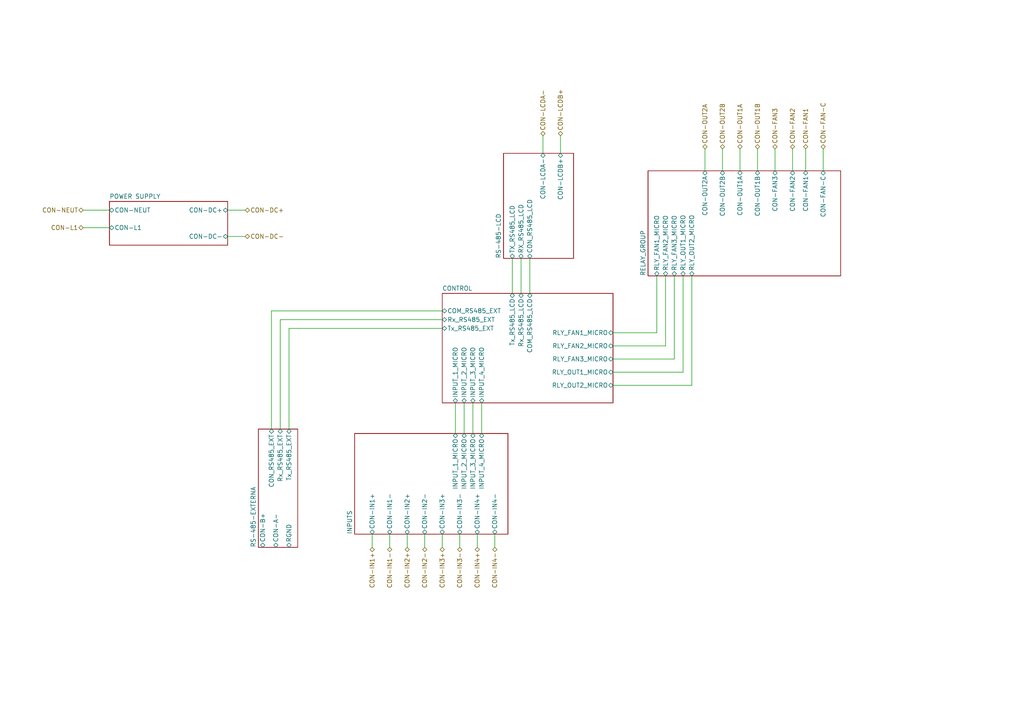
<source format=kicad_sch>
(kicad_sch (version 20230121) (generator eeschema)
  (paper "A4")
  (lib_symbols)
  (wire (pts (xy 118.11 154.94) (xy 118.11 158.75)))
  (wire (pts (xy 81.28 124.46) (xy 81.28 92.71)))
  (wire (pts (xy 148.59 74.93) (xy 148.59 85.09)))
  (wire (pts (xy 177.8 100.33) (xy 193.04 100.33)))
  (wire (pts (xy 66.04 60.96) (xy 71.12 60.96)))
  (wire (pts (xy 238.76 43.18) (xy 238.76 49.53)))
  (wire (pts (xy 177.8 104.14) (xy 195.58 104.14)))
  (wire (pts (xy 209.55 43.18) (xy 209.55 49.53)))
  (wire (pts (xy 177.8 96.52) (xy 190.5 96.52)))
  (wire (pts (xy 78.74 124.46) (xy 78.74 90.17)))
  (wire (pts (xy 177.8 107.95) (xy 198.12 107.95)))
  (wire (pts (xy 128.27 154.94) (xy 128.27 158.75)))
  (wire (pts (xy 151.13 74.93) (xy 151.13 85.09)))
  (wire (pts (xy 233.68 43.18) (xy 233.68 49.53)))
  (wire (pts (xy 153.67 74.93) (xy 153.67 85.09)))
  (wire (pts (xy 24.13 66.04) (xy 31.75 66.04)))
  (wire (pts (xy 157.48 39.37) (xy 157.48 44.45)))
  (wire (pts (xy 162.56 39.37) (xy 162.56 44.45)))
  (wire (pts (xy 204.47 43.18) (xy 204.47 49.53)))
  (wire (pts (xy 219.71 43.18) (xy 219.71 49.53)))
  (wire (pts (xy 132.08 116.84) (xy 132.08 125.73)))
  (wire (pts (xy 195.58 104.14) (xy 195.58 80.01)))
  (wire (pts (xy 78.74 90.17) (xy 128.27 90.17)))
  (wire (pts (xy 138.43 154.94) (xy 138.43 158.75)))
  (wire (pts (xy 193.04 100.33) (xy 193.04 80.01)))
  (wire (pts (xy 198.12 107.95) (xy 198.12 80.01)))
  (wire (pts (xy 83.82 124.46) (xy 83.82 95.25)))
  (wire (pts (xy 83.82 95.25) (xy 128.27 95.25)))
  (wire (pts (xy 143.51 154.94) (xy 143.51 158.75)))
  (wire (pts (xy 66.04 68.58) (xy 71.12 68.58)))
  (wire (pts (xy 107.95 154.94) (xy 107.95 158.75)))
  (wire (pts (xy 81.28 92.71) (xy 128.27 92.71)))
  (wire (pts (xy 177.8 111.76) (xy 200.66 111.76)))
  (wire (pts (xy 224.79 43.18) (xy 224.79 49.53)))
  (wire (pts (xy 113.03 154.94) (xy 113.03 158.75)))
  (wire (pts (xy 229.87 43.18) (xy 229.87 49.53)))
  (wire (pts (xy 190.5 96.52) (xy 190.5 80.01)))
  (wire (pts (xy 137.16 116.84) (xy 137.16 125.73)))
  (wire (pts (xy 139.7 116.84) (xy 139.7 125.73)))
  (wire (pts (xy 134.62 116.84) (xy 134.62 125.73)))
  (wire (pts (xy 214.63 43.18) (xy 214.63 49.53)))
  (wire (pts (xy 123.19 154.94) (xy 123.19 158.75)))
  (wire (pts (xy 24.13 60.96) (xy 31.75 60.96)))
  (wire (pts (xy 133.35 154.94) (xy 133.35 158.75)))
  (wire (pts (xy 200.66 111.76) (xy 200.66 80.01)))
  (hierarchical_label "CON-FAN3" (shape bidirectional) (at 224.79 43.18 90))
  (hierarchical_label "CON-DC+" (shape bidirectional) (at 71.12 60.96 0))
  (hierarchical_label "CON-OUT1B" (shape bidirectional) (at 219.71 43.18 90))
  (hierarchical_label "CON-L1" (shape bidirectional) (at 24.13 66.04 180))
  (hierarchical_label "CON-NEUT" (shape bidirectional) (at 24.13 60.96 180))
  (hierarchical_label "CON-FAN2" (shape bidirectional) (at 229.87 43.18 90))
  (hierarchical_label "CON-FAN1" (shape bidirectional) (at 233.68 43.18 90))
  (hierarchical_label "CON-FAN-C" (shape bidirectional) (at 238.76 43.18 90))
  (hierarchical_label "CON-OUT2A" (shape bidirectional) (at 204.47 43.18 90))
  (hierarchical_label "CON-OUT1A" (shape bidirectional) (at 214.63 43.18 90))
  (hierarchical_label "CON-LCDA-" (shape bidirectional) (at 157.48 39.37 90))
  (hierarchical_label "CON-IN2-" (shape bidirectional) (at 123.19 158.75 270))
  (hierarchical_label "CON-IN4+" (shape bidirectional) (at 138.43 158.75 270))
  (hierarchical_label "CON-IN3-" (shape bidirectional) (at 133.35 158.75 270))
  (hierarchical_label "CON-IN3+" (shape bidirectional) (at 128.27 158.75 270))
  (hierarchical_label "CON-IN1-" (shape bidirectional) (at 113.03 158.75 270))
  (hierarchical_label "CON-LCDB+" (shape bidirectional) (at 162.56 39.37 90))
  (hierarchical_label "CON-IN1+" (shape bidirectional) (at 107.95 158.75 270))
  (hierarchical_label "CON-IN4-" (shape bidirectional) (at 143.51 158.75 270))
  (hierarchical_label "CON-IN2+" (shape bidirectional) (at 118.11 158.75 270))
  (hierarchical_label "CON-OUT2B" (shape bidirectional) (at 209.55 43.18 90))
  (hierarchical_label "CON-DC-" (shape bidirectional) (at 71.12 68.58 0))
  (sheet (at 146.05 44.45) (size 20.32 30.48) (stroke (width 0.1524))
    (property "Sheetname" "RS-485-LCD" (at 145.3384 74.93 90) (effects (justify left bottom)))
    (property "Sheetfile" "RS-485.kicad_sch" (effects hide))
    (pin "CON-LCDB+" bidirectional (at 162.56 44.45 90))
    (pin "CON-LCDA-" bidirectional (at 157.48 44.45 90))
    (pin "TX_RS485_LCD" bidirectional (at 148.59 74.93 270))
    (pin "RX_RS485_LCD" bidirectional (at 151.13 74.93 270))
    (pin "CON_RS485_LCD" bidirectional (at 153.67 74.93 270))
  )
  (sheet (at 187.96 49.53) (size 55.88 30.48) (stroke (width 0.1524))
    (property "Sheetname" "RELAY_GROUP" (at 187.2484 80.01 90) (effects (justify left bottom)))
    (property "Sheetfile" "RELAY.kicad_sch" (effects hide))
    (pin "CON-OUT2A" bidirectional (at 204.47 49.53 90))
    (pin "CON-OUT1B" bidirectional (at 219.71 49.53 90))
    (pin "CON-OUT2B" bidirectional (at 209.55 49.53 90))
    (pin "CON-OUT1A" bidirectional (at 214.63 49.53 90))
    (pin "CON-FAN2" bidirectional (at 229.87 49.53 90))
    (pin "CON-FAN-C" bidirectional (at 238.76 49.53 90))
    (pin "CON-FAN1" bidirectional (at 233.68 49.53 90))
    (pin "CON-FAN3" bidirectional (at 224.79 49.53 90))
    (pin "RLY_FAN1_MICRO" bidirectional (at 190.5 80.01 270))
    (pin "RLY_FAN2_MICRO" bidirectional (at 193.04 80.01 270))
    (pin "RLY_OUT1_MICRO" bidirectional (at 198.12 80.01 270))
    (pin "RLY_FAN3_MICRO" bidirectional (at 195.58 80.01 270))
    (pin "RLY_OUT2_MICRO" bidirectional (at 200.66 80.01 270))
  )
  (sheet (at 74.93 124.46) (size 11.43 34.29) (stroke (width 0.1524))
    (property "Sheetname" "RS-485-EXTERNA" (at 74.2184 158.75 90) (effects (justify left bottom)))
    (property "Sheetfile" "RS-485-EXTERNA.kicad_sch" (effects hide))
    (pin "RGND" bidirectional (at 83.82 158.75 270))
    (pin "CON-B+" bidirectional (at 76.2 158.75 270))
    (pin "CON-A-" bidirectional (at 80.01 158.75 270))
    (pin "CON_RS485_EXT" bidirectional (at 78.74 124.46 90))
    (pin "Rx_RS485_EXT" bidirectional (at 81.28 124.46 90))
    (pin "Tx_RS485_EXT" bidirectional (at 83.82 124.46 90))
  )
  (sheet (at 128.27 85.09) (size 49.53 31.75) (stroke (width 0.1524))
    (property "Sheetname" "CONTROL" (at 128.27 84.3784 0) (effects (justify left bottom)))
    (property "Sheetfile" "CONTROL..kicad_sch" (effects hide))
    (pin "INPUT_4_MICRO" bidirectional (at 139.7 116.84 270))
    (pin "INPUT_3_MICRO" bidirectional (at 137.16 116.84 270))
    (pin "INPUT_2_MICRO" bidirectional (at 134.62 116.84 270))
    (pin "INPUT_1_MICRO" bidirectional (at 132.08 116.84 270))
    (pin "RLY_FAN1_MICRO" bidirectional (at 177.8 96.52 0))
    (pin "RLY_OUT2_MICRO" bidirectional (at 177.8 111.76 0))
    (pin "RLY_FAN3_MICRO" bidirectional (at 177.8 104.14 0))
    (pin "RLY_FAN2_MICRO" bidirectional (at 177.8 100.33 0))
    (pin "RLY_OUT1_MICRO" bidirectional (at 177.8 107.95 0))
    (pin "Rx_RS485_LCD" bidirectional (at 151.13 85.09 90))
    (pin "Tx_RS485_LCD" bidirectional (at 148.59 85.09 90))
    (pin "COM_RS485_LCD" bidirectional (at 153.67 85.09 90))
    (pin "COM_RS485_EXT" bidirectional (at 128.27 90.17 180))
    (pin "Rx_RS485_EXT" bidirectional (at 128.27 92.71 180))
    (pin "Tx_RS485_EXT" bidirectional (at 128.27 95.25 180))
  )
  (sheet (at 102.87 125.73) (size 44.45 29.21) (stroke (width 0.1524))
    (property "Sheetname" "INPUTS" (at 102.1584 154.94 90) (effects (justify left bottom)))
    (property "Sheetfile" "INPUTS.kicad_sch" (effects hide))
    (pin "CON-IN4-" bidirectional (at 143.51 154.94 270))
    (pin "CON-IN3-" bidirectional (at 133.35 154.94 270))
    (pin "CON-IN3+" bidirectional (at 128.27 154.94 270))
    (pin "CON-IN4+" bidirectional (at 138.43 154.94 270))
    (pin "CON-IN1+" bidirectional (at 107.95 154.94 270))
    (pin "CON-IN2+" bidirectional (at 118.11 154.94 270))
    (pin "CON-IN1-" bidirectional (at 113.03 154.94 270))
    (pin "CON-IN2-" bidirectional (at 123.19 154.94 270))
    (pin "INPUT_2_MICRO" bidirectional (at 134.62 125.73 90))
    (pin "INPUT_3_MICRO" bidirectional (at 137.16 125.73 90))
    (pin "INPUT_1_MICRO" bidirectional (at 132.08 125.73 90))
    (pin "INPUT_4_MICRO" bidirectional (at 139.7 125.73 90))
  )
  (sheet (at 31.75 58.42) (size 34.29 12.7) (stroke (width 0.1524))
    (property "Sheetname" "POWER SUPPLY" (at 31.75 57.7084 0) (effects (justify left bottom)))
    (property "Sheetfile" "POWER.kicad_sch" (effects hide))
    (pin "CON-DC+" bidirectional (at 66.04 60.96 0))
    (pin "CON-DC-" bidirectional (at 66.04 68.58 0))
    (pin "CON-L1" bidirectional (at 31.75 66.04 180))
    (pin "CON-NEUT" bidirectional (at 31.75 60.96 180))
  )
)
</source>
